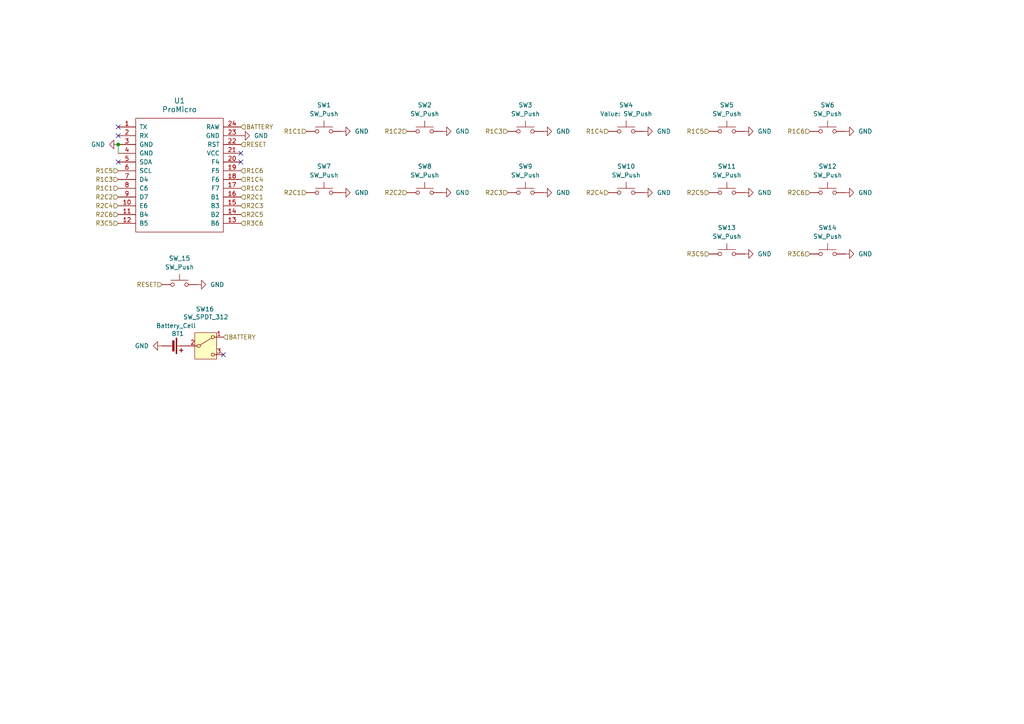
<source format=kicad_sch>
(kicad_sch (version 20231120) (generator "eeschema") (generator_version "8.0")
  (paper "A4")
  (lib_symbols
    (symbol "Device:Battery_Cell" (pin_numbers hide) (pin_names (offset 0) hide)
      (property "Reference" "BT" (at 2.54 2.54 0))
      (property "Value" "Battery_Cell" (at 2.54 0 0))
      (symbol "Battery_Cell_0_1"
        (rectangle (start -2.286 1.778) (end 2.286 1.524) (fill (type outline)))
        (rectangle (start -1.524 1.016) (end 1.524 0.508) (fill (type outline)))
        (polyline (pts (xy 0 0.762) (xy 0 0)))
        (polyline (pts (xy 0 1.778) (xy 0 2.54)))
        (polyline (pts (xy 0.762 3.048) (xy 1.778 3.048)) (stroke (width 0.254)))
        (polyline (pts (xy 1.27 3.556) (xy 1.27 2.54)) (stroke (width 0.254)))
      )
      (symbol "Battery_Cell_1_1"
        (pin passive line (at 0 5.08 270) (length 2.54) (name "+") (number "1"))
        (pin passive line (at 0 -2.54 90) (length 2.54) (name "-") (number "2"))
      )
    )
    (symbol "Switch:SW_Push" (pin_numbers hide) (pin_names (offset 1.016) hide)
      (property "Reference" "SW" (at 1.27 2.54 0))
      (property "Value" "SW_Push" (at 0 -1.524 0))
      (symbol "SW_Push_0_1"
        (circle (center -2.032 0) (radius 0.508))
        (polyline (pts (xy 0 1.27) (xy 0 3.048)))
        (polyline (pts (xy 2.54 1.27) (xy -2.54 1.27)))
        (circle (center 2.032 0) (radius 0.508))
        (pin passive line (at -5.08 0 0) (length 2.54) (name "1") (number "1"))
        (pin passive line (at 5.08 0 180) (length 2.54) (name "2") (number "2"))
      )
    )
    (symbol "Switch:SW_SPDT" (pin_names (offset 0) hide)
      (property "Reference" "SW" (at 0 5.08 0))
      (property "Value" "SW_SPDT" (at 0 -5.08 0))
      (symbol "SW_SPDT_0_1"
        (circle (center -2.032 0) (radius 0.4572))
        (polyline (pts (xy -1.651 0.254) (xy 1.651 2.286)))
        (circle (center 2.032 -2.54) (radius 0.4572))
        (circle (center 2.032 2.54) (radius 0.4572))
      )
      (symbol "SW_SPDT_1_1"
        (rectangle (start -3.175 3.81) (end 3.175 -3.81) (fill (type background)))
        (pin passive line (at 5.08 2.54 180) (length 2.54) (name "A") (number "1"))
        (pin passive line (at -5.08 0 0) (length 2.54) (name "B") (number "2"))
        (pin passive line (at 5.08 -2.54 180) (length 2.54) (name "C") (number "3"))
      )
    )
    (symbol "power:GND2" (power) (pin_numbers hide) (pin_names (offset 0) hide)
      (property "Value" "GND2" (at 0 -3.81 0))
      (symbol "GND2_0_1"
        (polyline (pts (xy 0 0) (xy 0 -1.27) (xy 1.27 -1.27) (xy 0 -2.54) (xy -1.27 -1.27) (xy 0 -1.27)))
      )
      (symbol "GND2_1_1"
        (pin power_in line (at 0 0 270) (length 0) (name "~") (number "1"))
      )
    )
    (symbol "promicro:ProMicro" (pin_names (offset 1.016))
      (property "Reference" "U" (at 0 24.13 0))
      (property "Value" "ProMicro" (at 0 -13.97 0))
      (symbol "ProMicro_0_1"
        (rectangle (start -12.7 21.59) (end 12.7 -11.43))
      )
      (symbol "ProMicro_1_1"
        (pin bidirectional line (at -17.78 19.05 0) (length 5.08) (name "TX") (number "1"))
        (pin bidirectional line (at -17.78 -3.81 0) (length 5.08) (name "E6") (number "10"))
        (pin bidirectional line (at -17.78 -6.35 0) (length 5.08) (name "B4") (number "11"))
        (pin bidirectional line (at -17.78 -8.89 0) (length 5.08) (name "B5") (number "12"))
        (pin bidirectional line (at 17.78 -8.89 180) (length 5.08) (name "B6") (number "13"))
        (pin bidirectional line (at 17.78 -6.35 180) (length 5.08) (name "B2") (number "14"))
        (pin bidirectional line (at 17.78 -3.81 180) (length 5.08) (name "B3") (number "15"))
        (pin bidirectional line (at 17.78 -1.27 180) (length 5.08) (name "B1") (number "16"))
        (pin bidirectional line (at 17.78 1.27 180) (length 5.08) (name "F7") (number "17"))
        (pin bidirectional line (at 17.78 3.81 180) (length 5.08) (name "F6") (number "18"))
        (pin bidirectional line (at 17.78 6.35 180) (length 5.08) (name "F5") (number "19"))
        (pin bidirectional line (at -17.78 16.51 0) (length 5.08) (name "RX") (number "2"))
        (pin bidirectional line (at 17.78 8.89 180) (length 5.08) (name "F4") (number "20"))
        (pin power_in line (at 17.78 11.43 180) (length 5.08) (name "VCC") (number "21"))
        (pin input line (at 17.78 13.97 180) (length 5.08) (name "RST") (number "22"))
        (pin power_in line (at 17.78 16.51 180) (length 5.08) (name "GND") (number "23"))
        (pin power_out line (at 17.78 19.05 180) (length 5.08) (name "RAW") (number "24"))
        (pin power_in line (at -17.78 13.97 0) (length 5.08) (name "GND") (number "3"))
        (pin power_in line (at -17.78 11.43 0) (length 5.08) (name "GND") (number "4"))
        (pin bidirectional line (at -17.78 8.89 0) (length 5.08) (name "SDA") (number "5"))
        (pin bidirectional line (at -17.78 6.35 0) (length 5.08) (name "SCL") (number "6"))
        (pin bidirectional line (at -17.78 3.81 0) (length 5.08) (name "D4") (number "7"))
        (pin bidirectional line (at -17.78 1.27 0) (length 5.08) (name "C6") (number "8"))
        (pin bidirectional line (at -17.78 -1.27 0) (length 5.08) (name "D7") (number "9"))
      )
    )
  )
  (junction (at 34.29 41.91))
  (no_connect (at 34.29 46.99))
  (no_connect (at 64.77 102.87))
  (no_connect (at 69.85 44.45))
  (no_connect (at 69.85 46.99))
  (no_connect (at 34.29 36.83))
  (no_connect (at 34.29 39.37))
  (wire (pts (xy 34.29 41.91) (xy 34.29 44.45)))
  (hierarchical_label "R1C1" (shape input) (at 88.9 38.1 180))
  (hierarchical_label "R2C6" (shape input) (at 34.29 62.23 180))
  (hierarchical_label "R1C6" (shape input) (at 69.85 49.53 0))
  (hierarchical_label "R1C1" (shape input) (at 34.29 54.61 180))
  (hierarchical_label "R2C3" (shape input) (at 147.32 55.88 180))
  (hierarchical_label "RESET" (shape input) (at 69.85 41.91 0))
  (hierarchical_label "R2C4" (shape input) (at 176.53 55.88 180))
  (hierarchical_label "R1C2" (shape input) (at 69.85 54.61 0))
  (hierarchical_label "R2C2" (shape input) (at 118.11 55.88 180))
  (hierarchical_label "R3C6" (shape input) (at 69.85 64.77 0))
  (hierarchical_label "R3C6" (shape input) (at 234.95 73.66 180))
  (hierarchical_label "R1C2" (shape input) (at 118.11 38.1 180))
  (hierarchical_label "RESET" (shape input) (at 46.99 82.55 180))
  (hierarchical_label "R1C5" (shape input) (at 205.74 38.1 180))
  (hierarchical_label "R1C3" (shape input) (at 147.32 38.1 180))
  (hierarchical_label "R3C5" (shape input) (at 34.29 64.77 180))
  (hierarchical_label "R2C1" (shape input) (at 69.85 57.15 0))
  (hierarchical_label "R2C3" (shape input) (at 69.85 59.69 0))
  (hierarchical_label "R2C4" (shape input) (at 34.29 59.69 180))
  (hierarchical_label "R2C5" (shape input) (at 69.85 62.23 0))
  (hierarchical_label "R1C5" (shape input) (at 34.29 49.53 180))
  (hierarchical_label "R3C5" (shape input) (at 205.74 73.66 180))
  (hierarchical_label "R1C4" (shape input) (at 176.53 38.1 180))
  (hierarchical_label "R2C1" (shape input) (at 88.9 55.88 180))
  (hierarchical_label "R1C3" (shape input) (at 34.29 52.07 180))
  (hierarchical_label "BATTERY" (shape input) (at 69.85 36.83 0))
  (hierarchical_label "R2C2" (shape input) (at 34.29 57.15 180))
  (hierarchical_label "BATTERY" (shape input) (at 64.77 97.79 0))
  (hierarchical_label "R1C4" (shape input) (at 69.85 52.07 0))
  (hierarchical_label "R1C6" (shape input) (at 234.95 38.1 180))
  (hierarchical_label "R2C5" (shape input) (at 205.74 55.88 180))
  (hierarchical_label "R2C6" (shape input) (at 234.95 55.88 180))
  (symbol (lib_id "Switch:SW_Push") (at 210.82 38.1 0) (unit 1)
    (property "Reference" "SW5" (at 210.82 30.48 0))
    (property "Value" "SW_Push" (at 210.82 33.02 0))
    (property "Footprint" "choc:PG1350-choc-switch" (effects (hide yes)))
    (property "Description" "Push button switch, generic, two pins" (effects (hide yes)))
  )
  (symbol (lib_id "Switch:SW_Push") (at 181.61 38.1 0) (unit 1)
    (property "Reference" "SW4" (at 181.61 30.48 0))
    (property "Value" "SW_Push" (at 181.61 33.02 0) (show_name yes))
    (property "Footprint" "choc:PG1350-choc-switch" (effects (hide yes)))
    (property "Description" "Push button switch, generic, two pins" (effects (hide yes)))
  )
  (symbol (lib_id "Switch:SW_Push") (at 93.98 38.1 0) (unit 1)
    (property "Reference" "SW1" (at 93.98 30.48 0))
    (property "Value" "SW_Push" (at 93.98 33.02 0))
    (property "Footprint" "choc:PG1350-choc-switch" (effects (hide yes)))
    (property "Description" "Push button switch, generic, two pins" (effects (hide yes)))
  )
  (symbol (lib_id "power:GND2") (at 245.11 38.1 90) (unit 1)
    (property "Reference" "#PWR0220" (effects (hide yes)))
    (property "Value" "GND" (at 248.92 38.0999 90) (effects (justify right)))
    (property "Description" "Power symbol creates a global label with name \"GND2\" , ground" (effects (hide yes)))
  )
  (symbol (lib_id "Switch:SW_Push") (at 240.03 73.66 0) (unit 1)
    (property "Reference" "SW14" (at 240.03 66.04 0))
    (property "Value" "SW_Push" (at 240.03 68.58 0))
    (property "Footprint" "choc:PG1350-choc-switch" (effects (hide yes)))
    (property "Description" "Push button switch, generic, two pins" (effects (hide yes)))
  )
  (symbol (lib_id "power:GND2") (at 46.99 100.33 270) (unit 1)
    (property "Reference" "#PWR0202" (effects (hide yes)))
    (property "Value" "GND" (at 43.18 100.3299 90) (effects (justify right)))
    (property "Description" "Power symbol creates a global label with name \"GND2\" , ground" (effects (hide yes)))
  )
  (symbol (lib_id "Switch:SW_Push") (at 123.19 55.88 0) (unit 1)
    (property "Reference" "SW8" (at 123.19 48.26 0))
    (property "Value" "SW_Push" (at 123.19 50.8 0))
    (property "Footprint" "choc:PG1350-choc-switch" (effects (hide yes)))
    (property "Description" "Push button switch, generic, two pins" (effects (hide yes)))
  )
  (symbol (lib_id "Switch:SW_Push") (at 152.4 55.88 0) (unit 1)
    (property "Reference" "SW9" (at 152.4 48.26 0))
    (property "Value" "SW_Push" (at 152.4 50.8 0))
    (property "Footprint" "choc:PG1350-choc-switch" (effects (hide yes)))
    (property "Description" "Push button switch, generic, two pins" (effects (hide yes)))
  )
  (symbol (lib_id "power:GND2") (at 215.9 38.1 90) (unit 1)
    (property "Reference" "#PWR0213" (effects (hide yes)))
    (property "Value" "GND" (at 219.71 38.0999 90) (effects (justify right)))
    (property "Description" "Power symbol creates a global label with name \"GND2\" , ground" (effects (hide yes)))
  )
  (symbol (lib_id "power:GND2") (at 69.85 39.37 90) (unit 1)
    (property "Reference" "#PWR0203" (effects (hide yes)))
    (property "Value" "GND" (at 73.66 39.3699 90) (effects (justify right)))
    (property "Description" "Power symbol creates a global label with name \"GND2\" , ground" (effects (hide yes)))
  )
  (symbol (lib_id "Switch:SW_Push") (at 152.4 38.1 0) (unit 1)
    (property "Reference" "SW3" (at 152.4 30.48 0))
    (property "Value" "SW_Push" (at 152.4 33.02 0))
    (property "Footprint" "choc:PG1350-choc-switch" (effects (hide yes)))
    (property "Description" "Push button switch, generic, two pins" (effects (hide yes)))
  )
  (symbol (lib_id "power:GND2") (at 215.9 55.88 90) (unit 1)
    (property "Reference" "#PWR0214" (effects (hide yes)))
    (property "Value" "GND" (at 219.71 55.8799 90) (effects (justify right)))
    (property "Description" "Power symbol creates a global label with name \"GND2\" , ground" (effects (hide yes)))
  )
  (symbol (lib_id "power:GND2") (at 34.29 41.91 270) (unit 1)
    (property "Reference" "#PWR0204" (effects (hide yes)))
    (property "Value" "GND" (at 30.48 41.9099 90) (effects (justify right)))
    (property "Description" "Power symbol creates a global label with name \"GND2\" , ground" (effects (hide yes)))
  )
  (symbol (lib_id "power:GND2") (at 57.15 82.55 90) (unit 1)
    (property "Reference" "#PWR0201" (effects (hide yes)))
    (property "Value" "GND" (at 60.96 82.5499 90) (effects (justify right)))
    (property "Description" "Power symbol creates a global label with name \"GND2\" , ground" (effects (hide yes)))
  )
  (symbol (lib_id "power:GND2") (at 128.27 38.1 90) (unit 1)
    (property "Reference" "#PWR0207" (effects (hide yes)))
    (property "Value" "GND" (at 132.08 38.0999 90) (effects (justify right)))
    (property "Description" "Power symbol creates a global label with name \"GND2\" , ground" (effects (hide yes)))
  )
  (symbol (lib_id "power:GND2") (at 186.69 55.88 90) (unit 1)
    (property "Reference" "#PWR0212" (effects (hide yes)))
    (property "Value" "GND" (at 190.5 55.8799 90) (effects (justify right)))
    (property "Description" "Power symbol creates a global label with name \"GND2\" , ground" (effects (hide yes)))
  )
  (symbol (lib_id "power:GND2") (at 215.9 73.66 90) (unit 1)
    (property "Reference" "#PWR0217" (effects (hide yes)))
    (property "Value" "GND" (at 219.71 73.6599 90) (effects (justify right)))
    (property "Description" "Power symbol creates a global label with name \"GND2\" , ground" (effects (hide yes)))
  )
  (symbol (lib_id "Switch:SW_Push") (at 181.61 55.88 0) (unit 1)
    (property "Reference" "SW10" (at 181.61 48.26 0))
    (property "Value" "SW_Push" (at 181.61 50.8 0))
    (property "Footprint" "choc:PG1350-choc-switch" (effects (hide yes)))
    (property "Description" "Push button switch, generic, two pins" (effects (hide yes)))
  )
  (symbol (lib_id "Switch:SW_SPDT") (at 59.69 100.33 0) (unit 1)
    (property "Reference" "SW16" (at 59.436 89.662 0))
    (property "Value" "SW_SPDT_312" (at 59.69 91.948 0))
    (property "Footprint" "PCM12:PCM12" (effects (hide yes)))
    (property "Description" "Switch, single pole double throw" (effects (hide yes)))
  )
  (symbol (lib_id "Device:Battery_Cell") (at 49.53 100.33 270) (unit 1)
    (property "Reference" "BT1" (at 51.562 96.774 90))
    (property "Value" "Battery_Cell" (at 51.054 94.488 90))
    (property "Description" "Single-cell battery" (effects (hide yes)))
  )
  (symbol (lib_id "power:GND2") (at 99.06 38.1 90) (unit 1)
    (property "Reference" "#PWR0205" (effects (hide yes)))
    (property "Value" "GND" (at 102.87 38.0999 90) (effects (justify right)))
    (property "Description" "Power symbol creates a global label with name \"GND2\" , ground" (effects (hide yes)))
  )
  (symbol (lib_id "Switch:SW_Push") (at 123.19 38.1 0) (unit 1)
    (property "Reference" "SW2" (at 123.19 30.48 0))
    (property "Value" "SW_Push" (at 123.19 33.02 0))
    (property "Footprint" "choc:PG1350-choc-switch" (effects (hide yes)))
    (property "Description" "Push button switch, generic, two pins" (effects (hide yes)))
  )
  (symbol (lib_id "power:GND2") (at 128.27 55.88 90) (unit 1)
    (property "Reference" "#PWR0208" (effects (hide yes)))
    (property "Value" "GND" (at 132.08 55.8799 90) (effects (justify right)))
    (property "Description" "Power symbol creates a global label with name \"GND2\" , ground" (effects (hide yes)))
  )
  (symbol (lib_id "power:GND2") (at 99.06 55.88 90) (unit 1)
    (property "Reference" "#PWR0206" (effects (hide yes)))
    (property "Value" "GND" (at 102.87 55.8799 90) (effects (justify right)))
    (property "Description" "Power symbol creates a global label with name \"GND2\" , ground" (effects (hide yes)))
  )
  (symbol (lib_id "Switch:SW_Push") (at 93.98 55.88 0) (unit 1)
    (property "Reference" "SW7" (at 93.98 48.26 0))
    (property "Value" "SW_Push" (at 93.98 50.8 0))
    (property "Footprint" "choc:PG1350-choc-switch" (effects (hide yes)))
    (property "Description" "Push button switch, generic, two pins" (effects (hide yes)))
  )
  (symbol (lib_id "power:GND2") (at 157.48 55.88 90) (unit 1)
    (property "Reference" "#PWR0209" (effects (hide yes)))
    (property "Value" "GND" (at 161.29 55.8799 90) (effects (justify right)))
    (property "Description" "Power symbol creates a global label with name \"GND2\" , ground" (effects (hide yes)))
  )
  (symbol (lib_id "Switch:SW_Push") (at 52.07 82.55 0) (unit 1)
    (property "Reference" "SW_15" (at 52.07 74.93 0))
    (property "Value" "SW_Push" (at 52.07 77.47 0))
    (property "Footprint" "Button_Switch_SMD:SW_Push_SPST_NO_Alps_SKRK" (effects (hide yes)))
    (property "Description" "Push button switch, generic, two pins" (effects (hide yes)))
  )
  (symbol (lib_id "Switch:SW_Push") (at 240.03 38.1 0) (unit 1)
    (property "Reference" "SW6" (at 240.03 30.48 0))
    (property "Value" "SW_Push" (at 240.03 33.02 0))
    (property "Footprint" "choc:PG1350-choc-switch" (effects (hide yes)))
    (property "Description" "Push button switch, generic, two pins" (effects (hide yes)))
  )
  (symbol (lib_id "Switch:SW_Push") (at 240.03 55.88 0) (unit 1)
    (property "Reference" "SW12" (at 240.03 48.26 0))
    (property "Value" "SW_Push" (at 240.03 50.8 0))
    (property "Footprint" "choc:PG1350-choc-switch" (effects (hide yes)))
    (property "Description" "Push button switch, generic, two pins" (effects (hide yes)))
  )
  (symbol (lib_id "power:GND2") (at 245.11 55.88 90) (unit 1)
    (property "Reference" "#PWR0219" (effects (hide yes)))
    (property "Value" "GND" (at 248.92 55.8799 90) (effects (justify right)))
    (property "Description" "Power symbol creates a global label with name \"GND2\" , ground" (effects (hide yes)))
  )
  (symbol (lib_id "promicro:ProMicro") (at 52.07 55.88 0) (unit 1)
    (property "Reference" "U1" (at 52.07 29.21 0) (effects (font (size 1.524 1.524))))
    (property "Value" "ProMicro" (at 52.07 31.75 0) (effects (font (size 1.524 1.524))))
    (property "Footprint" "ProMicro" (effects (hide yes)))
  )
  (symbol (lib_id "Switch:SW_Push") (at 210.82 55.88 0) (unit 1)
    (property "Reference" "SW11" (at 210.82 48.26 0))
    (property "Value" "SW_Push" (at 210.82 50.8 0))
    (property "Footprint" "choc:PG1350-choc-switch" (effects (hide yes)))
    (property "Description" "Push button switch, generic, two pins" (effects (hide yes)))
  )
  (symbol (lib_id "power:GND2") (at 186.69 38.1 90) (unit 1)
    (property "Reference" "#PWR0211" (effects (hide yes)))
    (property "Value" "GND" (at 190.5 38.0999 90) (effects (justify right)))
    (property "Description" "Power symbol creates a global label with name \"GND2\" , ground" (effects (hide yes)))
  )
  (symbol (lib_id "Switch:SW_Push") (at 210.82 73.66 0) (unit 1)
    (property "Reference" "SW13" (at 210.82 66.04 0))
    (property "Value" "SW_Push" (at 210.82 68.58 0))
    (property "Footprint" "choc:PG1350-choc-switch" (effects (hide yes)))
    (property "Description" "Push button switch, generic, two pins" (effects (hide yes)))
  )
  (symbol (lib_id "power:GND2") (at 157.48 38.1 90) (unit 1)
    (property "Reference" "#PWR0210" (effects (hide yes)))
    (property "Value" "GND" (at 161.29 38.0999 90) (effects (justify right)))
    (property "Description" "Power symbol creates a global label with name \"GND2\" , ground" (effects (hide yes)))
  )
  (symbol (lib_id "power:GND2") (at 245.11 73.66 90) (unit 1)
    (property "Reference" "#PWR0218" (effects (hide yes)))
    (property "Value" "GND" (at 248.92 73.6599 90) (effects (justify right)))
    (property "Description" "Power symbol creates a global label with name \"GND2\" , ground" (effects (hide yes)))
  )
)
</source>
